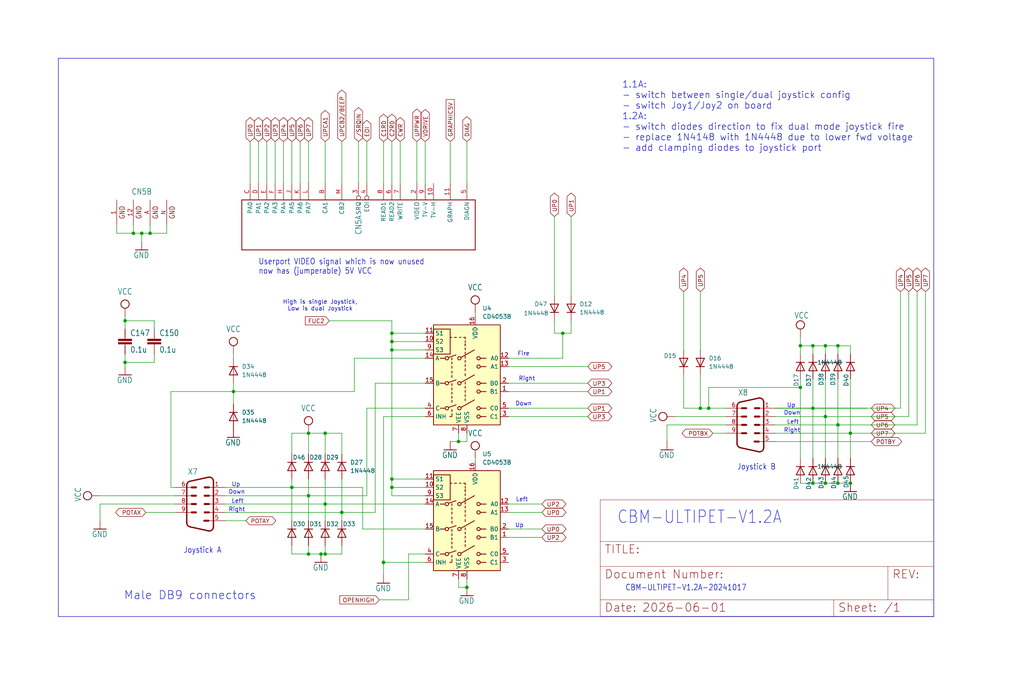
<source format=kicad_sch>
(kicad_sch (version 20250114) (generator "eeschema") (generator_version "9.0")
  (paper "User" 311.963 210.007)
  (lib_symbols
    (symbol "Analog_Switch:CD4053B"
      (property "Reference" "U" (at -10.16 16.51 0))
      (property "Value" "CD4053B" (at 3.81 16.51 0))
      (symbol "CD4053B_1_1"
        (pin input line (at -12.7 12.7 0) (length 2.54) (name "S1") (number "11"))
        (pin input line (at -12.7 10.16 0) (length 2.54) (name "S2") (number "10"))
        (pin input line (at -12.7 7.62 0) (length 2.54) (name "S3") (number "9"))
        (pin bidirectional line (at -12.7 5.08 0) (length 2.54) (name "A") (number "14"))
        (pin bidirectional line (at -12.7 -2.54 0) (length 2.54) (name "B") (number "15"))
        (pin bidirectional line (at -12.7 -10.16 0) (length 2.54) (name "C") (number "4"))
        (pin input line (at -12.7 -12.7 0) (length 2.54) (name "INH") (number "6"))
        (pin power_in line (at -2.54 -17.78 90) (length 2.54) (name "VEE") (number "7"))
        (pin power_in line (at 0 -17.78 90) (length 2.54) (name "VSS") (number "8"))
        (pin power_in line (at 2.54 17.78 270) (length 2.54) (name "VDD") (number "16"))
        (pin bidirectional line (at 12.7 5.08 180) (length 2.54) (name "A0") (number "12"))
        (pin bidirectional line (at 12.7 2.54 180) (length 2.54) (name "A1") (number "13"))
        (pin bidirectional line (at 12.7 -2.54 180) (length 2.54) (name "B0") (number "2"))
        (pin bidirectional line (at 12.7 -5.08 180) (length 2.54) (name "B1") (number "1"))
        (pin bidirectional line (at 12.7 -10.16 180) (length 2.54) (name "C0") (number "5"))
        (pin bidirectional line (at 12.7 -12.7 180) (length 2.54) (name "C1") (number "3"))
      )
    )
    (symbol "Diode:1N4448" (pin_numbers (hide yes)) (pin_names (hide yes))
      (property "Reference" "D" (at 0 2.54 0))
      (property "Value" "1N4448" (at 0 -2.54 0))
      (symbol "1N4448_1_1"
        (pin passive line (at -3.81 0 0) (length 2.54) (name "K") (number "1"))
        (pin passive line (at 3.81 0 180) (length 2.54) (name "A") (number "2"))
      )
    )
    (symbol "cbm_ultipet_v1-eagle-import:C-EUC0603"
      (property "Reference" "C" (at 1.524 0.381 0))
      (symbol "C-EUC0603_1_0"
        (pin passive line (at 0 2.54 270) (length 2.54) (name "1") (number "1"))
        (pin passive line (at 0 -5.08 90) (length 2.54) (name "2") (number "2"))
      )
    )
    (symbol "cbm_ultipet_v1-eagle-import:DOCFIELD"
      (symbol "DOCFIELD_1_0"
        (text "TITLE:" (at 1.27 19.05 0) (effects (font (size 2.54 2.54)) (justify left bottom)))
        (text "Document Number:" (at 1.27 11.43 0) (effects (font (size 2.54 2.54)) (justify left bottom)))
        (text "Date:" (at 1.27 1.27 0) (effects (font (size 2.54 2.54)) (justify left bottom)))
        (text "${CURRENT_DATE}" (at 12.7 1.27 0) (effects (font (size 2.54 2.54)) (justify left bottom)))
        (text "${PROJECTNAME}" (at 17.78 19.05 0) (effects (font (size 2.54 2.54)) (justify left bottom)))
        (text "Sheet:" (at 72.39 1.27 0) (effects (font (size 2.54 2.54)) (justify left bottom)))
        (text "${#}/${##}" (at 86.36 1.27 0) (effects (font (size 2.54 2.54)) (justify left bottom)))
        (text "REV:" (at 88.9 11.43 0) (effects (font (size 2.54 2.54)) (justify left bottom)))
      )
    )
    (symbol "cbm_ultipet_v1-eagle-import:GND" (power)
      (property "Value" "GND" (at -2.54 -2.54 0))
      (symbol "GND_1_0"
        (pin power_in line (at 0 2.54 270) (length 2.54) (name "GND") (number "1"))
      )
    )
    (symbol "cbm_ultipet_v1-eagle-import:M09-182"
      (property "Reference" "X" (at -3.81 8.89 0))
      (symbol "M09-182_1_0"
        (pin passive line (at -7.62 5.08 0) (length 5.08) (name "6") (number "6"))
        (pin passive line (at -7.62 2.54 0) (length 5.08) (name "7") (number "7"))
        (pin passive line (at -7.62 0 0) (length 5.08) (name "8") (number "8"))
        (pin passive line (at -7.62 -2.54 0) (length 5.08) (name "9") (number "9"))
        (pin passive line (at 7.62 5.08 180) (length 5.08) (name "1") (number "1"))
        (pin passive line (at 7.62 2.54 180) (length 5.08) (name "2") (number "2"))
        (pin passive line (at 7.62 0 180) (length 5.08) (name "3") (number "3"))
        (pin passive line (at 7.62 -2.54 180) (length 5.08) (name "4") (number "4"))
        (pin passive line (at 7.62 -5.08 180) (length 5.08) (name "5") (number "5"))
      )
    )
    (symbol "cbm_ultipet_v1-eagle-import:PORT_USER_PET_EDGE"
      (property "Reference" "CN" (at 0 0 0))
      (symbol "PORT_USER_PET_EDGE_1_0"
        (pin bidirectional line (at 12.7 33.02 180) (length 5.08) (name "PA0") (number "C"))
        (pin bidirectional line (at 12.7 30.48 180) (length 5.08) (name "PA1") (number "D"))
        (pin bidirectional line (at 12.7 27.94 180) (length 5.08) (name "PA2") (number "E"))
        (pin bidirectional line (at 12.7 25.4 180) (length 5.08) (name "PA3") (number "F"))
        (pin bidirectional line (at 12.7 22.86 180) (length 5.08) (name "PA4") (number "H"))
        (pin bidirectional line (at 12.7 20.32 180) (length 5.08) (name "PA5") (number "J"))
        (pin bidirectional line (at 12.7 17.78 180) (length 5.08) (name "PA6") (number "K"))
        (pin bidirectional line (at 12.7 15.24 180) (length 5.08) (name "PA7") (number "L"))
        (pin input line (at 12.7 10.16 180) (length 5.08) (name "CA1") (number "B"))
        (pin bidirectional line (at 12.7 5.08 180) (length 5.08) (name "CB2") (number "M"))
        (pin input inverted (at 12.7 0 180) (length 5.08) (name "SRQ") (number "3"))
        (pin bidirectional inverted (at 12.7 -2.54 180) (length 5.08) (name "EOI") (number "4"))
        (pin input line (at 12.7 -7.62 180) (length 5.08) (name "READ1") (number "8"))
        (pin input line (at 12.7 -10.16 180) (length 5.08) (name "READ2") (number "6"))
        (pin output line (at 12.7 -12.7 180) (length 5.08) (name "WRITE") (number "7"))
        (pin output line (at 12.7 -17.78 180) (length 5.08) (name "VIDEO") (number "2"))
        (pin output line (at 12.7 -20.32 180) (length 5.08) (name "TV-V") (number "9"))
        (pin output line (at 12.7 -22.86 180) (length 5.08) (name "TV-H") (number "10"))
        (pin passive line (at 12.7 -27.94 180) (length 5.08) (name "GRAPH") (number "11"))
        (pin bidirectional line (at 12.7 -33.02 180) (length 5.08) (name "DIAGN") (number "5"))
      )
      (symbol "PORT_USER_PET_EDGE_2_0"
        (text "GND" (at -5.08 -6.35 900) (effects (font (size 1.524 1.2954)) (justify bottom)))
        (text "GND" (at 0 -6.35 900) (effects (font (size 1.524 1.2954)) (justify bottom)))
        (text "GND" (at 5.08 -6.35 900) (effects (font (size 1.524 1.2954)) (justify bottom)))
        (text "GND" (at 10.16 -6.35 900) (effects (font (size 1.524 1.2954)) (justify bottom)))
        (pin power_in line (at -7.62 -10.16 90) (length 7.62) (name "GND") (number "1"))
        (pin power_in line (at -2.54 -10.16 90) (length 7.62) (name "GND@1") (number "12"))
        (pin power_in line (at 2.54 -10.16 90) (length 7.62) (name "GND@2") (number "A"))
        (pin power_in line (at 7.62 -10.16 90) (length 7.62) (name "GND@3") (number "N"))
      )
    )
    (symbol "cbm_ultipet_v1-eagle-import:VCC" (power)
      (property "Value" "VCC" (at -1.905 3.175 0))
      (symbol "VCC_1_0"
        (pin power_in line (at 0 -2.54 90) (length 2.54) (name "VCC") (number "1"))
      )
    )
  )
  (text "Down" (at 72.136 150.114 0) (effects (font (size 1.27 1.27))))
  (text "Up" (at 241.046 123.698 0) (effects (font (size 1.27 1.27))))
  (text "Userport VIDEO signal which is now unused\nnow has (jumperable) 5V VCC" (at 78.74 83.82 0) (effects (font (size 1.778 1.5113)) (justify left bottom)))
  (text "Up" (at 158.242 160.274 0) (effects (font (size 1.27 1.27))))
  (text "Up" (at 71.882 147.828 0) (effects (font (size 1.27 1.27))))
  (text "Joystick A" (at 55.88 168.91 0) (effects (font (size 1.778 1.5113)) (justify left bottom)))
  (text "Left" (at 241.554 128.778 0) (effects (font (size 1.27 1.27))))
  (text "1.1A:\n- switch between single/dual joystick config\n- switch Joy1/Joy2 on board\n1.2A:\n- switch diodes direction to fix dual mode joystick fire\n- replace 1N4148 with 1N4448 due to lower fwd voltage\n- add clamping diodes to joystick port" (at 189.484 35.56 0) (effects (font (size 2 2)) (justify left)))
  (text "Down" (at 159.512 123.19 0) (effects (font (size 1.27 1.27))))
  (text "Male DB9 connectors\n\n" (at 57.912 183.642 0) (effects (font (size 2.5 2.5))))
  (text "Right" (at 72.136 155.448 0) (effects (font (size 1.27 1.27))))
  (text "Right" (at 160.528 115.57 0) (effects (font (size 1.27 1.27))))
  (text "CBM-ULTIPET-V1.2A" (at 187.96 160.02 0) (effects (font (size 3.81 3.2385)) (justify left bottom)))
  (text "Right" (at 241.3 131.318 0) (effects (font (size 1.27 1.27))))
  (text "Down" (at 241.3 125.984 0) (effects (font (size 1.27 1.27))))
  (text "CBM-ULTIPET-V1.2A-20241017" (at 190.5 180.34 0) (effects (font (size 1.778 1.5113)) (justify left bottom)))
  (text "High is single Joystick,\nLow is dual Joystick" (at 97.536 93.218 0) (effects (font (size 1.27 1.27))))
  (text "Left" (at 72.39 152.908 0) (effects (font (size 1.27 1.27))))
  (text "Fire\n" (at 159.512 107.95 0) (effects (font (size 1.27 1.27))))
  (text "Joystick B" (at 224.536 143.51 0) (effects (font (size 1.778 1.5113)) (justify left bottom)))
  (text "Left" (at 159.004 152.4 0) (effects (font (size 1.27 1.27))))
  (junction (at 251.46 127))
  (junction (at 119.38 146.05))
  (junction (at 43.18 71.12))
  (junction (at 251.46 147.32))
  (junction (at 116.84 171.45))
  (junction (at 119.38 148.59))
  (junction (at 104.14 156.21))
  (junction (at 247.65 105.41))
  (junction (at 247.65 124.46))
  (junction (at 255.27 147.32))
  (junction (at 97.79 168.91))
  (junction (at 213.36 124.46))
  (junction (at 142.24 179.07))
  (junction (at 38.1 97.79))
  (junction (at 259.08 132.08))
  (junction (at 171.45 101.6))
  (junction (at 255.27 105.41))
  (junction (at 119.38 101.6))
  (junction (at 93.98 151.13))
  (junction (at 247.65 147.32))
  (junction (at 93.98 132.08))
  (junction (at 215.9 124.46))
  (junction (at 255.27 129.54))
  (junction (at 99.06 168.91))
  (junction (at 38.1 110.49))
  (junction (at 251.46 105.41))
  (junction (at 259.08 147.32))
  (junction (at 93.98 168.91))
  (junction (at 139.7 134.62))
  (junction (at 71.12 119.38))
  (junction (at 99.06 132.08))
  (junction (at 243.84 105.41))
  (junction (at 119.38 106.68))
  (junction (at 88.9 148.59))
  (junction (at 119.38 104.14))
  (junction (at 45.72 71.12))
  (junction (at 243.84 118.11))
  (junction (at 99.06 153.67))
  (junction (at 40.64 71.12))
  (wire (pts (xy 107.95 109.22) (xy 129.54 109.22)))
  (wire (pts (xy 119.38 148.59) (xy 119.38 146.05)))
  (wire (pts (xy 91.44 43.18) (xy 91.44 55.88)))
  (wire (pts (xy 168.91 87.63) (xy 168.91 90.17)))
  (wire (pts (xy 255.27 105.41) (xy 259.08 105.41)))
  (wire (pts (xy 243.84 118.11) (xy 243.84 139.7)) (stroke (width 0.1524)))
  (wire (pts (xy 46.99 110.49) (xy 46.99 107.95)))
  (wire (pts (xy 114.3 116.84) (xy 114.3 156.21)))
  (wire (pts (xy 88.9 146.05) (xy 88.9 148.59)))
  (wire (pts (xy 93.98 151.13) (xy 111.76 151.13)))
  (wire (pts (xy 243.84 105.41) (xy 247.65 105.41)))
  (wire (pts (xy 38.1 110.49) (xy 46.99 110.49)))
  (polyline (pts (xy 284.48 17.78) (xy 17.78 17.78)) (stroke (width 0.1524) (type solid)))
  (wire (pts (xy 104.14 43.18) (xy 104.14 55.88)) (stroke (width 0.1524)))
  (wire (pts (xy 247.65 115.57) (xy 247.65 124.46)))
  (wire (pts (xy 68.58 156.21) (xy 104.14 156.21)))
  (wire (pts (xy 251.46 127) (xy 251.46 139.7)) (stroke (width 0.1524)))
  (wire (pts (xy 276.86 127) (xy 276.86 88.9)) (stroke (width 0.1524)))
  (wire (pts (xy 119.38 146.05) (xy 129.54 146.05)))
  (wire (pts (xy 139.7 176.53) (xy 139.7 179.07)))
  (wire (pts (xy 99.06 132.08) (xy 99.06 138.43)))
  (wire (pts (xy 46.99 97.79) (xy 46.99 100.33)))
  (wire (pts (xy 154.94 156.21) (xy 165.1 156.21)))
  (wire (pts (xy 71.12 107.95) (xy 71.12 109.22)))
  (wire (pts (xy 255.27 115.57) (xy 255.27 129.54)))
  (wire (pts (xy 110.49 148.59) (xy 110.49 161.29)))
  (wire (pts (xy 38.1 110.49) (xy 38.1 111.76)))
  (wire (pts (xy 215.9 118.11) (xy 242.57 118.11)) (stroke (width 0.1524)))
  (wire (pts (xy 255.27 147.32) (xy 259.08 147.32)))
  (wire (pts (xy 242.57 118.11) (xy 243.84 118.11)))
  (wire (pts (xy 40.64 68.58) (xy 40.64 71.12)) (stroke (width 0.1524)))
  (wire (pts (xy 154.94 109.22) (xy 171.45 109.22)))
  (wire (pts (xy 213.36 124.46) (xy 208.28 124.46)) (stroke (width 0.1524)))
  (wire (pts (xy 86.36 43.18) (xy 86.36 55.88)))
  (wire (pts (xy 43.18 73.66) (xy 43.18 71.12)) (stroke (width 0.1524)))
  (wire (pts (xy 168.91 66.04) (xy 168.91 87.63)) (stroke (width 0.1524)))
  (wire (pts (xy 251.46 147.32) (xy 255.27 147.32)))
  (wire (pts (xy 111.76 43.18) (xy 111.76 55.88)) (stroke (width 0.1524)))
  (wire (pts (xy 99.06 132.08) (xy 104.14 132.08)))
  (wire (pts (xy 76.2 55.88) (xy 76.2 43.18)) (stroke (width 0.1524)))
  (wire (pts (xy 71.12 119.38) (xy 107.95 119.38)) (stroke (width 0.1524)))
  (wire (pts (xy 45.72 68.58) (xy 45.72 71.12)) (stroke (width 0.1524)))
  (wire (pts (xy 45.72 71.12) (xy 43.18 71.12)) (stroke (width 0.1524)))
  (wire (pts (xy 129.54 43.18) (xy 129.54 55.88)) (stroke (width 0.1524)))
  (wire (pts (xy 259.08 132.08) (xy 259.08 139.7)) (stroke (width 0.1524)))
  (wire (pts (xy 119.38 43.18) (xy 119.38 55.88)) (stroke (width 0.1524)))
  (wire (pts (xy 173.99 90.17) (xy 173.99 66.04)) (stroke (width 0.1524)))
  (wire (pts (xy 44.45 156.21) (xy 53.34 156.21)) (stroke (width 0.1524)))
  (wire (pts (xy 116.84 171.45) (xy 116.84 175.26)))
  (wire (pts (xy 40.64 71.12) (xy 35.56 71.12)) (stroke (width 0.1524)))
  (wire (pts (xy 154.94 124.46) (xy 179.07 124.46)))
  (wire (pts (xy 247.65 124.46) (xy 264.16 124.46)))
  (wire (pts (xy 88.9 168.91) (xy 88.9 166.37)))
  (wire (pts (xy 68.58 151.13) (xy 93.98 151.13)))
  (wire (pts (xy 213.36 114.3) (xy 213.36 124.46)) (stroke (width 0.1524)))
  (wire (pts (xy 215.9 124.46) (xy 220.98 124.46)) (stroke (width 0.1524)))
  (wire (pts (xy 139.7 179.07) (xy 142.24 179.07)))
  (wire (pts (xy 236.22 134.62) (xy 265.43 134.62)) (stroke (width 0.1524)))
  (wire (pts (xy 109.22 43.18) (xy 109.22 55.88)) (stroke (width 0.1524)))
  (wire (pts (xy 68.58 148.59) (xy 88.9 148.59)))
  (wire (pts (xy 168.91 97.79) (xy 168.91 101.6)) (stroke (width 0.1524)))
  (wire (pts (xy 93.98 132.08) (xy 88.9 132.08)))
  (wire (pts (xy 171.45 101.6) (xy 173.99 101.6)) (stroke (width 0.1524)))
  (wire (pts (xy 247.65 147.32) (xy 251.46 147.32)))
  (polyline (pts (xy 17.78 17.78) (xy 17.78 187.96)) (stroke (width 0.1524) (type solid)))
  (wire (pts (xy 71.12 119.38) (xy 71.12 123.19)))
  (wire (pts (xy 247.65 105.41) (xy 251.46 105.41)))
  (wire (pts (xy 43.18 71.12) (xy 40.64 71.12)) (stroke (width 0.1524)))
  (wire (pts (xy 255.27 129.54) (xy 279.4 129.54)) (stroke (width 0.1524)))
  (wire (pts (xy 115.57 182.88) (xy 124.46 182.88)))
  (wire (pts (xy 93.98 43.18) (xy 93.98 55.88)))
  (wire (pts (xy 99.06 166.37) (xy 99.06 168.91)))
  (wire (pts (xy 104.14 146.05) (xy 104.14 156.21)))
  (wire (pts (xy 168.91 101.6) (xy 171.45 101.6)) (stroke (width 0.1524)))
  (wire (pts (xy 119.38 146.05) (xy 119.38 106.68)))
  (wire (pts (xy 116.84 43.18) (xy 116.84 55.88)) (stroke (width 0.1524)))
  (wire (pts (xy 139.7 132.08) (xy 139.7 134.62)))
  (wire (pts (xy 93.98 151.13) (xy 93.98 158.75)))
  (wire (pts (xy 208.28 88.9) (xy 208.28 106.68)))
  (wire (pts (xy 83.82 43.18) (xy 83.82 55.88)))
  (wire (pts (xy 139.7 134.62) (xy 142.24 134.62)))
  (wire (pts (xy 154.94 119.38) (xy 179.07 119.38)))
  (wire (pts (xy 142.24 43.18) (xy 142.24 55.88)) (stroke (width 0.1524)))
  (wire (pts (xy 93.98 132.08) (xy 93.98 138.43)))
  (wire (pts (xy 124.46 182.88) (xy 124.46 168.91)))
  (wire (pts (xy 119.38 104.14) (xy 129.54 104.14)))
  (wire (pts (xy 124.46 168.91) (xy 129.54 168.91)))
  (wire (pts (xy 154.94 153.67) (xy 165.1 153.67)))
  (wire (pts (xy 111.76 124.46) (xy 129.54 124.46)))
  (wire (pts (xy 142.24 132.08) (xy 142.24 134.62)))
  (wire (pts (xy 111.76 151.13) (xy 111.76 124.46)))
  (wire (pts (xy 104.14 132.08) (xy 104.14 138.43)))
  (wire (pts (xy 251.46 105.41) (xy 255.27 105.41)))
  (wire (pts (xy 30.48 151.13) (xy 53.34 151.13)) (stroke (width 0.1524)))
  (wire (pts (xy 137.16 134.62) (xy 139.7 134.62)))
  (wire (pts (xy 255.27 129.54) (xy 255.27 139.7)))
  (wire (pts (xy 119.38 148.59) (xy 129.54 148.59)))
  (wire (pts (xy 142.24 176.53) (xy 142.24 179.07)))
  (wire (pts (xy 203.2 129.54) (xy 203.2 134.62)) (stroke (width 0.1524)))
  (wire (pts (xy 236.22 124.46) (xy 247.65 124.46)) (stroke (width 0.1524)))
  (wire (pts (xy 71.12 116.84) (xy 71.12 119.38)))
  (wire (pts (xy 116.84 127) (xy 116.84 171.45)))
  (wire (pts (xy 171.45 109.22) (xy 171.45 101.6)))
  (wire (pts (xy 127 43.18) (xy 127 55.88)) (stroke (width 0.1524)))
  (wire (pts (xy 119.38 106.68) (xy 119.38 104.14)))
  (wire (pts (xy 50.8 71.12) (xy 45.72 71.12)) (stroke (width 0.1524)))
  (wire (pts (xy 279.4 129.54) (xy 279.4 88.9)) (stroke (width 0.1524)))
  (wire (pts (xy 38.1 96.52) (xy 38.1 97.79)))
  (wire (pts (xy 52.07 148.59) (xy 52.07 119.38)) (stroke (width 0.1524)))
  (wire (pts (xy 99.06 153.67) (xy 99.06 158.75)))
  (wire (pts (xy 104.14 168.91) (xy 104.14 166.37)))
  (wire (pts (xy 259.08 105.41) (xy 259.08 107.95)))
  (wire (pts (xy 119.38 104.14) (xy 119.38 101.6)))
  (wire (pts (xy 154.94 127) (xy 179.07 127)))
  (wire (pts (xy 154.94 163.83) (xy 165.1 163.83)))
  (wire (pts (xy 154.94 111.76) (xy 179.07 111.76)))
  (wire (pts (xy 247.65 124.46) (xy 274.32 124.46)) (stroke (width 0.1524)))
  (wire (pts (xy 215.9 124.46) (xy 215.9 118.11)) (stroke (width 0.1524)))
  (wire (pts (xy 251.46 105.41) (xy 251.46 107.95)))
  (wire (pts (xy 99.06 153.67) (xy 129.54 153.67)))
  (wire (pts (xy 281.94 132.08) (xy 281.94 88.9)) (stroke (width 0.1524)))
  (wire (pts (xy 208.28 124.46) (xy 208.28 114.3)) (stroke (width 0.1524)))
  (wire (pts (xy 35.56 71.12) (xy 35.56 68.58)) (stroke (width 0.1524)))
  (wire (pts (xy 88.9 132.08) (xy 88.9 138.43)))
  (wire (pts (xy 220.98 129.54) (xy 203.2 129.54)) (stroke (width 0.1524)))
  (wire (pts (xy 236.22 127) (xy 251.46 127)) (stroke (width 0.1524)))
  (wire (pts (xy 38.1 97.79) (xy 38.1 100.33)))
  (wire (pts (xy 78.74 55.88) (xy 78.74 43.18)) (stroke (width 0.1524)))
  (wire (pts (xy 154.94 116.84) (xy 179.07 116.84)))
  (wire (pts (xy 100.33 97.79) (xy 119.38 97.79)))
  (wire (pts (xy 205.74 127) (xy 220.98 127)) (stroke (width 0.1524)))
  (wire (pts (xy 88.9 43.18) (xy 88.9 55.88)))
  (wire (pts (xy 236.22 129.54) (xy 255.27 129.54)) (stroke (width 0.1524)))
  (wire (pts (xy 53.34 153.67) (xy 30.48 153.67)) (stroke (width 0.1524)))
  (wire (pts (xy 30.48 153.67) (xy 30.48 158.75)) (stroke (width 0.1524)))
  (wire (pts (xy 213.36 88.9) (xy 213.36 106.68)))
  (wire (pts (xy 74.93 158.75) (xy 68.58 158.75)))
  (wire (pts (xy 274.32 124.46) (xy 274.32 88.9)) (stroke (width 0.1524)))
  (wire (pts (xy 99.06 168.91) (xy 104.14 168.91)))
  (wire (pts (xy 154.94 161.29) (xy 165.1 161.29)))
  (wire (pts (xy 255.27 107.95) (xy 255.27 105.41)))
  (wire (pts (xy 236.22 132.08) (xy 259.08 132.08)) (stroke (width 0.1524)))
  (wire (pts (xy 116.84 171.45) (xy 129.54 171.45)))
  (wire (pts (xy 129.54 116.84) (xy 114.3 116.84)))
  (wire (pts (xy 53.34 148.59) (xy 52.07 148.59)) (stroke (width 0.1524)))
  (wire (pts (xy 110.49 161.29) (xy 129.54 161.29)))
  (wire (pts (xy 259.08 115.57) (xy 259.08 132.08)))
  (wire (pts (xy 144.78 139.7) (xy 144.78 140.97)))
  (wire (pts (xy 137.16 43.18) (xy 137.16 55.88)))
  (polyline (pts (xy 17.78 187.96) (xy 284.48 187.96)) (stroke (width 0.1524) (type solid)))
  (wire (pts (xy 50.8 68.58) (xy 50.8 71.12)) (stroke (width 0.1524)))
  (wire (pts (xy 215.9 124.46) (xy 213.36 124.46)) (stroke (width 0.1524)))
  (wire (pts (xy 93.98 166.37) (xy 93.98 168.91)))
  (wire (pts (xy 247.65 124.46) (xy 247.65 139.7)))
  (wire (pts (xy 243.84 115.57) (xy 243.84 118.11)))
  (wire (pts (xy 99.06 146.05) (xy 99.06 153.67)))
  (wire (pts (xy 107.95 119.38) (xy 107.95 109.22)))
  (wire (pts (xy 99.06 43.18) (xy 99.06 55.88)) (stroke (width 0.1524)))
  (wire (pts (xy 97.79 168.91) (xy 93.98 168.91)))
  (wire (pts (xy 251.46 127) (xy 276.86 127)) (stroke (width 0.1524)))
  (wire (pts (xy 129.54 151.13) (xy 119.38 151.13)))
  (wire (pts (xy 88.9 148.59) (xy 110.49 148.59)))
  (polyline (pts (xy 284.48 187.96) (xy 284.48 17.78)) (stroke (width 0.1524) (type solid)))
  (wire (pts (xy 259.08 132.08) (xy 281.94 132.08)) (stroke (width 0.1524)))
  (wire (pts (xy 129.54 127) (xy 116.84 127)))
  (wire (pts (xy 247.65 105.41) (xy 247.65 107.95)))
  (wire (pts (xy 173.99 97.79) (xy 173.99 101.6)) (stroke (width 0.1524)))
  (wire (pts (xy 243.84 102.87) (xy 243.84 105.41)))
  (wire (pts (xy 121.92 43.18) (xy 121.92 55.88)) (stroke (width 0.1524)))
  (wire (pts (xy 236.22 124.46) (xy 247.65 124.46)))
  (wire (pts (xy 81.28 43.18) (xy 81.28 55.88)))
  (wire (pts (xy 68.58 153.67) (xy 99.06 153.67)))
  (wire (pts (xy 104.14 156.21) (xy 114.3 156.21)))
  (wire (pts (xy 93.98 168.91) (xy 88.9 168.91)))
  (wire (pts (xy 243.84 147.32) (xy 247.65 147.32)))
  (wire (pts (xy 251.46 115.57) (xy 251.46 127)))
  (wire (pts (xy 119.38 151.13) (xy 119.38 148.59)))
  (wire (pts (xy 119.38 106.68) (xy 129.54 106.68)))
  (wire (pts (xy 119.38 101.6) (xy 119.38 97.79)))
  (wire (pts (xy 243.84 105.41) (xy 243.84 107.95)))
  (wire (pts (xy 119.38 101.6) (xy 129.54 101.6)))
  (wire (pts (xy 217.17 132.08) (xy 220.98 132.08)) (stroke (width 0.1524)))
  (wire (pts (xy 93.98 132.08) (xy 99.06 132.08)))
  (wire (pts (xy 38.1 97.79) (xy 46.99 97.79)))
  (wire (pts (xy 93.98 146.05) (xy 93.98 151.13)))
  (wire (pts (xy 52.07 119.38) (xy 71.12 119.38)) (stroke (width 0.1524)))
  (wire (pts (xy 144.78 95.25) (xy 144.78 96.52)))
  (wire (pts (xy 104.14 156.21) (xy 104.14 158.75)))
  (wire (pts (xy 88.9 148.59) (xy 88.9 158.75)))
  (wire (pts (xy 97.79 168.91) (xy 99.06 168.91)))
  (wire (pts (xy 38.1 107.95) (xy 38.1 110.49)))
  (global_label "C2RD" (shape bidirectional) (at 119.38 43.18 90) (effects (font (size 1.2446 1.2446))) (property "Intersheetrefs" "${INTERSHEET_REFS}" (effects (hide yes))))
  (global_label "FUC2" (shape input) (at 100.33 97.79 180) (property "Intersheetrefs" "${INTERSHEET_REFS}" (effects (hide yes))))
  (global_label "UPCB2/BEEP" (shape bidirectional) (at 104.14 43.18 90) (effects (font (size 1.2446 1.2446))) (property "Intersheetrefs" "${INTERSHEET_REFS}" (effects (hide yes))))
  (global_label "UP0" (shape bidirectional) (at 168.91 66.04 90) (effects (font (size 1.2446 1.2446))) (property "Intersheetrefs" "${INTERSHEET_REFS}" (effects (hide yes))))
  (global_label "GRAPHIC5V" (shape input) (at 137.16 43.18 90) (property "Intersheetrefs" "${INTERSHEET_REFS}" (effects (hide yes))))
  (global_label "UP0" (shape bidirectional) (at 165.1 156.21 0) (property "Intersheetrefs" "${INTERSHEET_REFS}" (effects (hide yes))))
  (global_label "UP1" (shape bidirectional) (at 78.74 43.18 90) (property "Intersheetrefs" "${INTERSHEET_REFS}" (effects (hide yes))))
  (global_label "UP2" (shape bidirectional) (at 81.28 43.18 90) (property "Intersheetrefs" "${INTERSHEET_REFS}" (effects (hide yes))))
  (global_label "UP0" (shape bidirectional) (at 165.1 161.29 0) (property "Intersheetrefs" "${INTERSHEET_REFS}" (effects (hide yes))))
  (global_label "POTAY" (shape bidirectional) (at 74.93 158.75 0) (effects (font (size 1.2446 1.2446))) (property "Intersheetrefs" "${INTERSHEET_REFS}" (effects (hide yes))))
  (global_label "UP3" (shape bidirectional) (at 179.07 116.84 0) (property "Intersheetrefs" "${INTERSHEET_REFS}" (effects (hide yes))))
  (global_label "UP5" (shape bidirectional) (at 213.36 88.9 90) (effects (font (size 1.2446 1.2446))) (property "Intersheetrefs" "${INTERSHEET_REFS}" (effects (hide yes))))
  (global_label "EOI" (shape bidirectional) (at 111.76 43.18 90) (effects (font (size 1.2446 1.2446))) (property "Intersheetrefs" "${INTERSHEET_REFS}" (effects (hide yes))))
  (global_label "/SRQIN" (shape bidirectional) (at 109.22 43.18 90) (effects (font (size 1.2446 1.2446))) (property "Intersheetrefs" "${INTERSHEET_REFS}" (effects (hide yes))))
  (global_label "UP4" (shape bidirectional) (at 86.36 43.18 90) (property "Intersheetrefs" "${INTERSHEET_REFS}" (effects (hide yes))))
  (global_label "OPENHIGH" (shape input) (at 115.57 182.88 180) (property "Intersheetrefs" "${INTERSHEET_REFS}" (effects (hide yes))))
  (global_label "UP6" (shape bidirectional) (at 91.44 43.18 90) (property "Intersheetrefs" "${INTERSHEET_REFS}" (effects (hide yes))))
  (global_label "UP7" (shape bidirectional) (at 93.98 43.18 90) (property "Intersheetrefs" "${INTERSHEET_REFS}" (effects (hide yes))))
  (global_label "UPCA1" (shape bidirectional) (at 99.06 43.18 90) (effects (font (size 1.2446 1.2446))) (property "Intersheetrefs" "${INTERSHEET_REFS}" (effects (hide yes))))
  (global_label "UP7" (shape bidirectional) (at 281.94 88.9 90) (effects (font (size 1.2446 1.2446))) (property "Intersheetrefs" "${INTERSHEET_REFS}" (effects (hide yes))))
  (global_label "UP6" (shape bidirectional) (at 265.43 129.54 0) (effects (font (size 1.2446 1.2446))) (property "Intersheetrefs" "${INTERSHEET_REFS}" (effects (hide yes))))
  (global_label "VDRIVE" (shape bidirectional) (at 129.54 43.18 90) (effects (font (size 1.2446 1.2446))) (property "Intersheetrefs" "${INTERSHEET_REFS}" (effects (hide yes))))
  (global_label "UP6" (shape bidirectional) (at 279.4 88.9 90) (effects (font (size 1.2446 1.2446))) (property "Intersheetrefs" "${INTERSHEET_REFS}" (effects (hide yes))))
  (global_label "UP1" (shape bidirectional) (at 179.07 124.46 0) (property "Intersheetrefs" "${INTERSHEET_REFS}" (effects (hide yes))))
  (global_label "UP5" (shape bidirectional) (at 179.07 111.76 0) (property "Intersheetrefs" "${INTERSHEET_REFS}" (effects (hide yes))))
  (global_label "UP2" (shape bidirectional) (at 165.1 163.83 0) (property "Intersheetrefs" "${INTERSHEET_REFS}" (effects (hide yes))))
  (global_label "POTAX" (shape bidirectional) (at 44.45 156.21 180) (effects (font (size 1.2446 1.2446))) (property "Intersheetrefs" "${INTERSHEET_REFS}" (effects (hide yes))))
  (global_label "POTBY" (shape bidirectional) (at 265.43 134.62 0) (effects (font (size 1.2446 1.2446))) (property "Intersheetrefs" "${INTERSHEET_REFS}" (effects (hide yes))))
  (global_label "UP7" (shape bidirectional) (at 265.43 132.08 0) (effects (font (size 1.2446 1.2446))) (property "Intersheetrefs" "${INTERSHEET_REFS}" (effects (hide yes))))
  (global_label "UP4" (shape bidirectional) (at 265.43 124.46 0) (effects (font (size 1.2446 1.2446))) (property "Intersheetrefs" "${INTERSHEET_REFS}" (effects (hide yes))))
  (global_label "UP5" (shape bidirectional) (at 265.43 127 0) (effects (font (size 1.2446 1.2446))) (property "Intersheetrefs" "${INTERSHEET_REFS}" (effects (hide yes))))
  (global_label "CWR" (shape bidirectional) (at 121.92 43.18 90) (effects (font (size 1.2446 1.2446))) (property "Intersheetrefs" "${INTERSHEET_REFS}" (effects (hide yes))))
  (global_label "UP1" (shape bidirectional) (at 173.99 66.04 90) (effects (font (size 1.2446 1.2446))) (property "Intersheetrefs" "${INTERSHEET_REFS}" (effects (hide yes))))
  (global_label "C1RD" (shape bidirectional) (at 116.84 43.18 90) (effects (font (size 1.2446 1.2446))) (property "Intersheetrefs" "${INTERSHEET_REFS}" (effects (hide yes))))
  (global_label "UP5" (shape bidirectional) (at 88.9 43.18 90) (property "Intersheetrefs" "${INTERSHEET_REFS}" (effects (hide yes))))
  (global_label "UP3" (shape bidirectional) (at 179.07 127 0) (property "Intersheetrefs" "${INTERSHEET_REFS}" (effects (hide yes))))
  (global_label "DIAG" (shape bidirectional) (at 142.24 43.18 90) (effects (font (size 1.2446 1.2446))) (property "Intersheetrefs" "${INTERSHEET_REFS}" (effects (hide yes))))
  (global_label "UP5" (shape bidirectional) (at 276.86 88.9 90) (effects (font (size 1.2446 1.2446))) (property "Intersheetrefs" "${INTERSHEET_REFS}" (effects (hide yes))))
  (global_label "UP3" (shape bidirectional) (at 83.82 43.18 90) (property "Intersheetrefs" "${INTERSHEET_REFS}" (effects (hide yes))))
  (global_label "UPPWR" (shape bidirectional) (at 127 43.18 90) (effects (font (size 1.2446 1.2446))) (property "Intersheetrefs" "${INTERSHEET_REFS}" (effects (hide yes))))
  (global_label "UP4" (shape bidirectional) (at 208.28 88.9 90) (effects (font (size 1.2446 1.2446))) (property "Intersheetrefs" "${INTERSHEET_REFS}" (effects (hide yes))))
  (global_label "UP4" (shape bidirectional) (at 274.32 88.9 90) (effects (font (size 1.2446 1.2446))) (property "Intersheetrefs" "${INTERSHEET_REFS}" (effects (hide yes))))
  (global_label "UP1" (shape bidirectional) (at 179.07 119.38 0) (property "Intersheetrefs" "${INTERSHEET_REFS}" (effects (hide yes))))
  (global_label "POTBX" (shape bidirectional) (at 217.17 132.08 180) (effects (font (size 1.2446 1.2446))) (property "Intersheetrefs" "${INTERSHEET_REFS}" (effects (hide yes))))
  (global_label "UP0" (shape bidirectional) (at 76.2 43.18 90) (property "Intersheetrefs" "${INTERSHEET_REFS}" (effects (hide yes))))
  (global_label "UP2" (shape bidirectional) (at 165.1 153.67 0) (property "Intersheetrefs" "${INTERSHEET_REFS}" (effects (hide yes))))
  (symbol (lib_id "cbm_ultipet_v1-eagle-import:VCC") (at 144.78 92.71 0) (unit 1)
    (property "Reference" "#SUPPLY015" (effects (hide yes)))
    (property "Value" "VCC" (at 144.78 87.63 0) (effects (font (size 1.778 1.5113))))
  )
  (symbol (lib_id "Diode:1N4448") (at 213.36 110.49 90) (unit 1)
    (property "Reference" "D16" (at 215.9 109.2199 90) (effects (justify right)))
    (property "Value" "1N4448" (at 215.9 111.7599 90) (effects (justify right)))
    (property "Footprint" "Diode_THT:D_DO-35_SOD27_P7.62mm_Horizontal" (effects (hide yes)))
    (property "Datasheet" "https://assets.nexperia.com/documents/data-sheet/1N4148_1N4448.pdf" (effects (hide yes)))
    (property "Description" "100V 0.15A High-speed standard diode, DO-35" (effects (hide yes)))
    (property "Sim.Device" "D" (effects (hide yes)))
    (property "Sim.Pins" "1=K 2=A" (effects (hide yes)))
  )
  (symbol (lib_id "Diode:1N4448") (at 88.9 142.24 270) (unit 1)
    (property "Reference" "D46" (at 89.154 139.446 90) (effects (justify left)))
    (property "Value" "1N4448" (effects (hide yes)))
    (property "Footprint" "Diode_THT:D_DO-35_SOD27_P7.62mm_Horizontal" (effects (hide yes)))
    (property "Datasheet" "https://assets.nexperia.com/documents/data-sheet/1N4148_1N4448.pdf" (effects (hide yes)))
    (property "Description" "100V 0.15A High-speed standard diode, DO-35" (effects (hide yes)))
    (property "Sim.Device" "D" (effects (hide yes)))
    (property "Sim.Pins" "1=K 2=A" (effects (hide yes)))
  )
  (symbol (lib_id "cbm_ultipet_v1-eagle-import:M09-182") (at 60.96 153.67 0) (unit 1)
    (property "Reference" "X7" (at 57.15 144.78 0) (effects (font (size 1.778 1.5113)) (justify left bottom)))
    (property "Value" "M09-182" (effects (hide yes)))
    (property "Footprint" "Connector_Dsub:DSUB-9_Pins_Horizontal_P2.77x2.84mm_EdgePinOffset9.90mm_Housed_MountingHolesOffset11.32mm" (effects (hide yes)))
  )
  (symbol (lib_id "cbm_ultipet_v1-eagle-import:GND") (at 43.18 76.2 0) (unit 1)
    (property "Reference" "#GND0124" (effects (hide yes)))
    (property "Value" "GND" (at 40.64 78.74 0) (effects (font (size 1.778 1.5113)) (justify left bottom)))
  )
  (symbol (lib_id "Diode:1N4448") (at 251.46 111.76 270) (unit 1)
    (property "Reference" "D38" (at 250.19 117.602 0) (effects (justify right)))
    (property "Value" "1N4448" (effects (hide yes)))
    (property "Footprint" "Diode_THT:D_DO-35_SOD27_P7.62mm_Horizontal" (effects (hide yes)))
    (property "Datasheet" "https://assets.nexperia.com/documents/data-sheet/1N4148_1N4448.pdf" (effects (hide yes)))
    (property "Description" "100V 0.15A High-speed standard diode, DO-35" (effects (hide yes)))
    (property "Sim.Device" "D" (effects (hide yes)))
    (property "Sim.Pins" "1=K 2=A" (effects (hide yes)))
  )
  (symbol (lib_id "cbm_ultipet_v1-eagle-import:GND") (at 38.1 114.3 0) (unit 1)
    (property "Reference" "#GND021" (effects (hide yes)))
    (property "Value" "GND" (at 35.56 116.84 0) (effects (font (size 1.778 1.5113)) (justify left bottom)))
  )
  (symbol (lib_id "Diode:1N4448") (at 243.84 111.76 270) (unit 1)
    (property "Reference" "D17" (at 242.57 117.856 0) (effects (justify right)))
    (property "Value" "1N4448" (effects (hide yes)))
    (property "Footprint" "Diode_THT:D_DO-35_SOD27_P7.62mm_Horizontal" (effects (hide yes)))
    (property "Datasheet" "https://assets.nexperia.com/documents/data-sheet/1N4148_1N4448.pdf" (effects (hide yes)))
    (property "Description" "100V 0.15A High-speed standard diode, DO-35" (effects (hide yes)))
    (property "Sim.Device" "D" (effects (hide yes)))
    (property "Sim.Pins" "1=K 2=A" (effects (hide yes)))
  )
  (symbol (lib_id "cbm_ultipet_v1-eagle-import:GND") (at 142.24 181.61 0) (unit 1)
    (property "Reference" "#GND0118" (effects (hide yes)))
    (property "Value" "GND" (at 139.7 184.15 0) (effects (font (size 1.778 1.5113)) (justify left bottom)))
  )
  (symbol (lib_id "Diode:1N4448") (at 255.27 111.76 270) (unit 1)
    (property "Reference" "D39" (at 253.746 117.602 0) (effects (justify right)))
    (property "Value" "1N4448" (effects (hide yes)))
    (property "Footprint" "Diode_THT:D_DO-35_SOD27_P7.62mm_Horizontal" (effects (hide yes)))
    (property "Datasheet" "https://assets.nexperia.com/documents/data-sheet/1N4148_1N4448.pdf" (effects (hide yes)))
    (property "Description" "100V 0.15A High-speed standard diode, DO-35" (effects (hide yes)))
    (property "Sim.Device" "D" (effects (hide yes)))
    (property "Sim.Pins" "1=K 2=A" (effects (hide yes)))
  )
  (symbol (lib_id "Diode:1N4448") (at 208.28 110.49 90) (unit 1)
    (property "Reference" "D15" (at 202.184 108.458 90) (effects (justify right)))
    (property "Value" "1N4448" (effects (hide yes)))
    (property "Footprint" "Diode_THT:D_DO-35_SOD27_P7.62mm_Horizontal" (effects (hide yes)))
    (property "Datasheet" "https://assets.nexperia.com/documents/data-sheet/1N4148_1N4448.pdf" (effects (hide yes)))
    (property "Description" "100V 0.15A High-speed standard diode, DO-35" (effects (hide yes)))
    (property "Sim.Device" "D" (effects (hide yes)))
    (property "Sim.Pins" "1=K 2=A" (effects (hide yes)))
  )
  (symbol (lib_id "cbm_ultipet_v1-eagle-import:VCC") (at 243.84 100.33 0) (unit 1)
    (property "Reference" "#V028" (effects (hide yes)))
    (property "Value" "VCC" (at 241.935 97.155 0) (effects (font (size 1.778 1.5113)) (justify left bottom)))
  )
  (symbol (lib_id "cbm_ultipet_v1-eagle-import:C-EUC0603") (at 46.99 102.87 0) (unit 1)
    (property "Reference" "C150" (at 48.514 102.489 0) (effects (font (size 1.778 1.5113)) (justify left bottom)))
    (property "Value" "0.1u" (at 48.514 107.569 0) (effects (font (size 1.778 1.5113)) (justify left bottom)))
    (property "Footprint" "cbm_ultipet_v1:C0603" (effects (hide yes)))
  )
  (symbol (lib_id "Diode:1N4448") (at 168.91 93.98 90) (unit 1)
    (property "Reference" "D47" (at 162.814 92.71 90) (effects (justify right)))
    (property "Value" "1N4448" (at 159.512 95.504 90) (effects (justify right)))
    (property "Footprint" "Diode_THT:D_DO-35_SOD27_P7.62mm_Horizontal" (effects (hide yes)))
    (property "Datasheet" "https://assets.nexperia.com/documents/data-sheet/1N4148_1N4448.pdf" (effects (hide yes)))
    (property "Description" "100V 0.15A High-speed standard diode, DO-35" (effects (hide yes)))
    (property "Sim.Device" "D" (effects (hide yes)))
    (property "Sim.Pins" "1=K 2=A" (effects (hide yes)))
  )
  (symbol (lib_id "Diode:1N4448") (at 255.27 143.51 270) (unit 1)
    (property "Reference" "D44" (at 254 149.098 0) (effects (justify right)))
    (property "Value" "1N4448" (effects (hide yes)))
    (property "Footprint" "Diode_THT:D_DO-35_SOD27_P7.62mm_Horizontal" (effects (hide yes)))
    (property "Datasheet" "https://assets.nexperia.com/documents/data-sheet/1N4148_1N4448.pdf" (effects (hide yes)))
    (property "Description" "100V 0.15A High-speed standard diode, DO-35" (effects (hide yes)))
    (property "Sim.Device" "D" (effects (hide yes)))
    (property "Sim.Pins" "1=K 2=A" (effects (hide yes)))
  )
  (symbol (lib_id "Diode:1N4448") (at 71.12 127 270) (unit 1)
    (property "Reference" "D35" (at 73.66 125.7299 90) (effects (justify left)))
    (property "Value" "1N4448" (at 73.66 128.2699 90) (effects (justify left)))
    (property "Footprint" "Diode_THT:D_DO-35_SOD27_P7.62mm_Horizontal" (effects (hide yes)))
    (property "Datasheet" "https://assets.nexperia.com/documents/data-sheet/1N4148_1N4448.pdf" (effects (hide yes)))
    (property "Description" "100V 0.15A High-speed standard diode, DO-35" (effects (hide yes)))
    (property "Sim.Device" "D" (effects (hide yes)))
    (property "Sim.Pins" "1=K 2=A" (effects (hide yes)))
  )
  (symbol (lib_id "Diode:1N4448") (at 93.98 142.24 270) (unit 1)
    (property "Reference" "D28" (at 94.234 139.446 90) (effects (justify left)))
    (property "Value" "1N4448" (effects (hide yes)))
    (property "Footprint" "Diode_THT:D_DO-35_SOD27_P7.62mm_Horizontal" (effects (hide yes)))
    (property "Datasheet" "https://assets.nexperia.com/documents/data-sheet/1N4148_1N4448.pdf" (effects (hide yes)))
    (property "Description" "100V 0.15A High-speed standard diode, DO-35" (effects (hide yes)))
    (property "Sim.Device" "D" (effects (hide yes)))
    (property "Sim.Pins" "1=K 2=A" (effects (hide yes)))
  )
  (symbol (lib_id "Analog_Switch:CD4053B") (at 142.24 158.75 0) (unit 1)
    (property "Reference" "U5" (at 146.9741 138.43 0) (effects (justify left)))
    (property "Value" "CD4053B" (at 146.9741 140.97 0) (effects (justify left)))
    (property "Footprint" "Package_SO:SOIC-16_3.9x9.9mm_P1.27mm" (effects (hide yes)))
    (property "Datasheet" "http://www.ti.com/lit/ds/symlink/cd4052b.pdf" (effects (hide yes)))
    (property "Description" "CMOS triple 2-channel analog multiplexer/demultiplexer, TSSOP-16/DIP-16/SOIC-16" (effects (hide yes)))
  )
  (symbol (lib_id "Diode:1N4448") (at 247.65 143.51 270) (unit 1)
    (property "Reference" "D42" (at 246.38 149.352 0) (effects (justify right)))
    (property "Value" "1N4448" (effects (hide yes)))
    (property "Footprint" "Diode_THT:D_DO-35_SOD27_P7.62mm_Horizontal" (effects (hide yes)))
    (property "Datasheet" "https://assets.nexperia.com/documents/data-sheet/1N4148_1N4448.pdf" (effects (hide yes)))
    (property "Description" "100V 0.15A High-speed standard diode, DO-35" (effects (hide yes)))
    (property "Sim.Device" "D" (effects (hide yes)))
    (property "Sim.Pins" "1=K 2=A" (effects (hide yes)))
  )
  (symbol (lib_id "cbm_ultipet_v1-eagle-import:GND") (at 203.2 137.16 0) (unit 1)
    (property "Reference" "#GND093" (effects (hide yes)))
    (property "Value" "GND" (at 200.66 139.7 0) (effects (font (size 1.778 1.5113)) (justify left bottom)))
  )
  (symbol (lib_id "Diode:1N4448") (at 247.65 111.76 270) (unit 1)
    (property "Reference" "D37" (at 246.38 117.856 0) (effects (justify right)))
    (property "Value" "1N4448" (effects (hide yes)))
    (property "Footprint" "Diode_THT:D_DO-35_SOD27_P7.62mm_Horizontal" (effects (hide yes)))
    (property "Datasheet" "https://assets.nexperia.com/documents/data-sheet/1N4148_1N4448.pdf" (effects (hide yes)))
    (property "Description" "100V 0.15A High-speed standard diode, DO-35" (effects (hide yes)))
    (property "Sim.Device" "D" (effects (hide yes)))
    (property "Sim.Pins" "1=K 2=A" (effects (hide yes)))
  )
  (symbol (lib_id "cbm_ultipet_v1-eagle-import:PORT_USER_PET_EDGE") (at 43.18 58.42 0) (unit 2)
    (property "Reference" "CN5" (at 43.18 58.42 0) (effects (font (size 1.778 1.5113))))
    (property "Value" "PORT_USER_PET_EDGE" (effects (hide yes)))
    (property "Footprint" "cbm_ultipet_v1:MA156_12-2_USER" (effects (hide yes)))
  )
  (symbol (lib_id "cbm_ultipet_v1-eagle-import:VCC") (at 144.78 137.16 0) (unit 1)
    (property "Reference" "#SUPPLY018" (effects (hide yes)))
    (property "Value" "VCC" (at 144.78 132.08 0) (effects (font (size 1.778 1.5113))))
  )
  (symbol (lib_id "Analog_Switch:CD4053B") (at 142.24 114.3 0) (unit 1)
    (property "Reference" "U4" (at 146.9741 93.98 0) (effects (justify left)))
    (property "Value" "CD4053B" (at 146.9741 96.52 0) (effects (justify left)))
    (property "Footprint" "Package_SO:SOIC-16_3.9x9.9mm_P1.27mm" (effects (hide yes)))
    (property "Datasheet" "http://www.ti.com/lit/ds/symlink/cd4052b.pdf" (effects (hide yes)))
    (property "Description" "CMOS triple 2-channel analog multiplexer/demultiplexer, TSSOP-16/DIP-16/SOIC-16" (effects (hide yes)))
  )
  (symbol (lib_id "cbm_ultipet_v1-eagle-import:GND") (at 30.48 161.29 0) (unit 1)
    (property "Reference" "#GND086" (effects (hide yes)))
    (property "Value" "GND" (at 27.94 163.83 0) (effects (font (size 1.778 1.5113)) (justify left bottom)))
  )
  (symbol (lib_id "cbm_ultipet_v1-eagle-import:GND") (at 116.84 177.8 0) (unit 1)
    (property "Reference" "#GND094" (effects (hide yes)))
    (property "Value" "GND" (at 114.3 180.34 0) (effects (font (size 1.778 1.5113)) (justify left bottom)))
  )
  (symbol (lib_id "cbm_ultipet_v1-eagle-import:C-EUC0603") (at 38.1 102.87 0) (unit 1)
    (property "Reference" "C147" (at 39.624 102.489 0) (effects (font (size 1.778 1.5113)) (justify left bottom)))
    (property "Value" "0.1u" (at 39.624 107.569 0) (effects (font (size 1.778 1.5113)) (justify left bottom)))
    (property "Footprint" "cbm_ultipet_v1:C0603" (effects (hide yes)))
  )
  (symbol (lib_id "cbm_ultipet_v1-eagle-import:GND") (at 71.12 133.35 0) (unit 1)
    (property "Reference" "#GND0144" (effects (hide yes)))
    (property "Value" "GND" (at 68.58 135.89 0) (effects (font (size 1.778 1.5113)) (justify left bottom)))
  )
  (symbol (lib_id "Diode:1N4448") (at 104.14 162.56 270) (unit 1)
    (property "Reference" "D33" (at 104.394 159.766 90) (effects (justify left)))
    (property "Value" "1N4448" (effects (hide yes)))
    (property "Footprint" "Diode_THT:D_DO-35_SOD27_P7.62mm_Horizontal" (effects (hide yes)))
    (property "Datasheet" "https://assets.nexperia.com/documents/data-sheet/1N4148_1N4448.pdf" (effects (hide yes)))
    (property "Description" "100V 0.15A High-speed standard diode, DO-35" (effects (hide yes)))
    (property "Sim.Device" "D" (effects (hide yes)))
    (property "Sim.Pins" "1=K 2=A" (effects (hide yes)))
  )
  (symbol (lib_id "Diode:1N4448") (at 99.06 142.24 270) (unit 1)
    (property "Reference" "D29" (at 99.314 139.446 90) (effects (justify left)))
    (property "Value" "1N4448" (effects (hide yes)))
    (property "Footprint" "Diode_THT:D_DO-35_SOD27_P7.62mm_Horizontal" (effects (hide yes)))
    (property "Datasheet" "https://assets.nexperia.com/documents/data-sheet/1N4148_1N4448.pdf" (effects (hide yes)))
    (property "Description" "100V 0.15A High-speed standard diode, DO-35" (effects (hide yes)))
    (property "Sim.Device" "D" (effects (hide yes)))
    (property "Sim.Pins" "1=K 2=A" (effects (hide yes)))
  )
  (symbol (lib_id "Diode:1N4448") (at 173.99 93.98 90) (unit 1)
    (property "Reference" "D12" (at 176.53 92.7099 90) (effects (justify right)))
    (property "Value" "1N4448" (at 176.53 95.2499 90) (effects (justify right)))
    (property "Footprint" "Diode_THT:D_DO-35_SOD27_P7.62mm_Horizontal" (effects (hide yes)))
    (property "Datasheet" "https://assets.nexperia.com/documents/data-sheet/1N4148_1N4448.pdf" (effects (hide yes)))
    (property "Description" "100V 0.15A High-speed standard diode, DO-35" (effects (hide yes)))
    (property "Sim.Device" "D" (effects (hide yes)))
    (property "Sim.Pins" "1=K 2=A" (effects (hide yes)))
  )
  (symbol (lib_id "cbm_ultipet_v1-eagle-import:VCC") (at 27.94 151.13 90) (unit 1)
    (property "Reference" "#V051" (effects (hide yes)))
    (property "Value" "VCC" (at 24.765 153.035 0) (effects (font (size 1.778 1.5113)) (justify left bottom)))
  )
  (symbol (lib_id "Diode:1N4448") (at 88.9 162.56 270) (unit 1)
    (property "Reference" "D30" (at 89.154 159.766 90) (effects (justify left)))
    (property "Value" "1N4448" (effects (hide yes)))
    (property "Footprint" "Diode_THT:D_DO-35_SOD27_P7.62mm_Horizontal" (effects (hide yes)))
    (property "Datasheet" "https://assets.nexperia.com/documents/data-sheet/1N4148_1N4448.pdf" (effects (hide yes)))
    (property "Description" "100V 0.15A High-speed standard diode, DO-35" (effects (hide yes)))
    (property "Sim.Device" "D" (effects (hide yes)))
    (property "Sim.Pins" "1=K 2=A" (effects (hide yes)))
  )
  (symbol (lib_id "Diode:1N4448") (at 259.08 143.51 270) (unit 1)
    (property "Reference" "D45" (at 257.81 148.844 0) (effects (justify right)))
    (property "Value" "1N4448" (at 256.54 142.2401 90) (effects (justify right)))
    (property "Footprint" "Diode_THT:D_DO-35_SOD27_P7.62mm_Horizontal" (effects (hide yes)))
    (property "Datasheet" "https://assets.nexperia.com/documents/data-sheet/1N4148_1N4448.pdf" (effects (hide yes)))
    (property "Description" "100V 0.15A High-speed standard diode, DO-35" (effects (hide yes)))
    (property "Sim.Device" "D" (effects (hide yes)))
    (property "Sim.Pins" "1=K 2=A" (effects (hide yes)))
  )
  (symbol (lib_id "cbm_ultipet_v1-eagle-import:GND") (at 259.08 149.86 0) (unit 1)
    (property "Reference" "#GND0145" (effects (hide yes)))
    (property "Value" "GND" (at 256.54 152.4 0) (effects (font (size 1.778 1.5113)) (justify left bottom)))
  )
  (symbol (lib_id "Diode:1N4448") (at 243.84 143.51 270) (unit 1)
    (property "Reference" "D41" (at 242.57 149.352 0) (effects (justify right)))
    (property "Value" "1N4448" (effects (hide yes)))
    (property "Footprint" "Diode_THT:D_DO-35_SOD27_P7.62mm_Horizontal" (effects (hide yes)))
    (property "Datasheet" "https://assets.nexperia.com/documents/data-sheet/1N4148_1N4448.pdf" (effects (hide yes)))
    (property "Description" "100V 0.15A High-speed standard diode, DO-35" (effects (hide yes)))
    (property "Sim.Device" "D" (effects (hide yes)))
    (property "Sim.Pins" "1=K 2=A" (effects (hide yes)))
  )
  (symbol (lib_id "Diode:1N4448") (at 99.06 162.56 270) (unit 1)
    (property "Reference" "D32" (at 99.314 159.766 90) (effects (justify left)))
    (property "Value" "1N4448" (effects (hide yes)))
    (property "Footprint" "Diode_THT:D_DO-35_SOD27_P7.62mm_Horizontal" (effects (hide yes)))
    (property "Datasheet" "https://assets.nexperia.com/documents/data-sheet/1N4148_1N4448.pdf" (effects (hide yes)))
    (property "Description" "100V 0.15A High-speed standard diode, DO-35" (effects (hide yes)))
    (property "Sim.Device" "D" (effects (hide yes)))
    (property "Sim.Pins" "1=K 2=A" (effects (hide yes)))
  )
  (symbol (lib_id "cbm_ultipet_v1-eagle-import:VCC") (at 203.2 127 90) (unit 1)
    (property "Reference" "#V044" (effects (hide yes)))
    (property "Value" "VCC" (at 200.025 128.905 0) (effects (font (size 1.778 1.5113)) (justify left bottom)))
  )
  (symbol (lib_id "Diode:1N4448") (at 259.08 111.76 270) (unit 1)
    (property "Reference" "D40" (at 257.81 117.856 0) (effects (justify right)))
    (property "Value" "1N4448" (at 256.54 110.4901 90) (effects (justify right)))
    (property "Footprint" "Diode_THT:D_DO-35_SOD27_P7.62mm_Horizontal" (effects (hide yes)))
    (property "Datasheet" "https://assets.nexperia.com/documents/data-sheet/1N4148_1N4448.pdf" (effects (hide yes)))
    (property "Description" "100V 0.15A High-speed standard diode, DO-35" (effects (hide yes)))
    (property "Sim.Device" "D" (effects (hide yes)))
    (property "Sim.Pins" "1=K 2=A" (effects (hide yes)))
  )
  (symbol (lib_id "Diode:1N4448") (at 104.14 142.24 270) (unit 1)
    (property "Reference" "D27" (at 106.68 140.9699 90) (effects (justify left)))
    (property "Value" "1N4448" (at 106.68 143.5099 90) (effects (justify left)))
    (property "Footprint" "Diode_THT:D_DO-35_SOD27_P7.62mm_Horizontal" (effects (hide yes)))
    (property "Datasheet" "https://assets.nexperia.com/documents/data-sheet/1N4148_1N4448.pdf" (effects (hide yes)))
    (property "Description" "100V 0.15A High-speed standard diode, DO-35" (effects (hide yes)))
    (property "Sim.Device" "D" (effects (hide yes)))
    (property "Sim.Pins" "1=K 2=A" (effects (hide yes)))
  )
  (symbol (lib_id "cbm_ultipet_v1-eagle-import:M09-182") (at 228.6 129.54 0) (unit 1)
    (property "Reference" "X8" (at 224.79 120.65 0) (effects (font (size 1.778 1.5113)) (justify left bottom)))
    (property "Value" "M09-182" (effects (hide yes)))
    (property "Footprint" "Connector_Dsub:DSUB-9_Pins_Horizontal_P2.77x2.84mm_EdgePinOffset9.90mm_Housed_MountingHolesOffset11.32mm" (effects (hide yes)))
  )
  (symbol (lib_id "cbm_ultipet_v1-eagle-import:VCC") (at 93.98 129.54 0) (unit 1)
    (property "Reference" "#SUPPLY02" (effects (hide yes)))
    (property "Value" "VCC" (at 93.98 124.46 0) (effects (font (size 1.778 1.5113))))
  )
  (symbol (lib_id "cbm_ultipet_v1-eagle-import:GND") (at 97.79 171.45 0) (unit 1)
    (property "Reference" "#GND056" (effects (hide yes)))
    (property "Value" "GND" (at 95.25 173.99 0) (effects (font (size 1.778 1.5113)) (justify left bottom)))
  )
  (symbol (lib_id "Diode:1N4448") (at 251.46 143.51 270) (unit 1)
    (property "Reference" "D43" (at 250.19 149.098 0) (effects (justify right)))
    (property "Value" "1N4448" (effects (hide yes)))
    (property "Footprint" "Diode_THT:D_DO-35_SOD27_P7.62mm_Horizontal" (effects (hide yes)))
    (property "Datasheet" "https://assets.nexperia.com/documents/data-sheet/1N4148_1N4448.pdf" (effects (hide yes)))
    (property "Description" "100V 0.15A High-speed standard diode, DO-35" (effects (hide yes)))
    (property "Sim.Device" "D" (effects (hide yes)))
    (property "Sim.Pins" "1=K 2=A" (effects (hide yes)))
  )
  (symbol (lib_id "cbm_ultipet_v1-eagle-import:PORT_USER_PET_EDGE") (at 109.22 68.58 90) (unit 1)
    (property "Reference" "CN5" (at 109.22 68.58 0) (effects (font (size 1.778 1.5113))))
    (property "Value" "PORT_USER_PET_EDGE" (effects (hide yes)))
    (property "Footprint" "cbm_ultipet_v1:MA156_12-2_USER" (effects (hide yes)))
  )
  (symbol (lib_id "cbm_ultipet_v1-eagle-import:VCC") (at 38.1 93.98 0) (unit 1)
    (property "Reference" "#SUPPLY013" (effects (hide yes)))
    (property "Value" "VCC" (at 38.1 88.9 0) (effects (font (size 1.778 1.5113))))
  )
  (symbol (lib_id "cbm_ultipet_v1-eagle-import:GND") (at 137.16 137.16 0) (unit 1)
    (property "Reference" "#GND0126" (effects (hide yes)))
    (property "Value" "GND" (at 134.62 139.7 0) (effects (font (size 1.778 1.5113)) (justify left bottom)))
  )
  (symbol (lib_id "Diode:1N4448") (at 71.12 113.03 270) (unit 1)
    (property "Reference" "D34" (at 73.66 111.7599 90) (effects (justify left)))
    (property "Value" "1N4448" (at 73.66 114.2999 90) (effects (justify left)))
    (property "Footprint" "Diode_THT:D_DO-35_SOD27_P7.62mm_Horizontal" (effects (hide yes)))
    (property "Datasheet" "https://assets.nexperia.com/documents/data-sheet/1N4148_1N4448.pdf" (effects (hide yes)))
    (property "Description" "100V 0.15A High-speed standard diode, DO-35" (effects (hide yes)))
    (property "Sim.Device" "D" (effects (hide yes)))
    (property "Sim.Pins" "1=K 2=A" (effects (hide yes)))
  )
  (symbol (lib_id "cbm_ultipet_v1-eagle-import:VCC") (at 71.12 105.41 0) (unit 1)
    (property "Reference" "#SUPPLY020" (effects (hide yes)))
    (property "Value" "VCC" (at 71.12 100.33 0) (effects (font (size 1.778 1.5113))))
  )
  (symbol (lib_id "cbm_ultipet_v1-eagle-import:DOCFIELD") (at 182.88 187.96 0) (unit 1)
    (property "Reference" "#FRAME14" (effects (hide yes)))
    (property "Value" "DOCFIELD" (effects (hide yes)))
  )
  (symbol (lib_id "Diode:1N4448") (at 93.98 162.56 270) (unit 1)
    (property "Reference" "D31" (at 94.234 159.766 90) (effects (justify left)))
    (property "Value" "1N4448" (effects (hide yes)))
    (property "Footprint" "Diode_THT:D_DO-35_SOD27_P7.62mm_Horizontal" (effects (hide yes)))
    (property "Datasheet" "https://assets.nexperia.com/documents/data-sheet/1N4148_1N4448.pdf" (effects (hide yes)))
    (property "Description" "100V 0.15A High-speed standard diode, DO-35" (effects (hide yes)))
    (property "Sim.Device" "D" (effects (hide yes)))
    (property "Sim.Pins" "1=K 2=A" (effects (hide yes)))
  )
)
</source>
